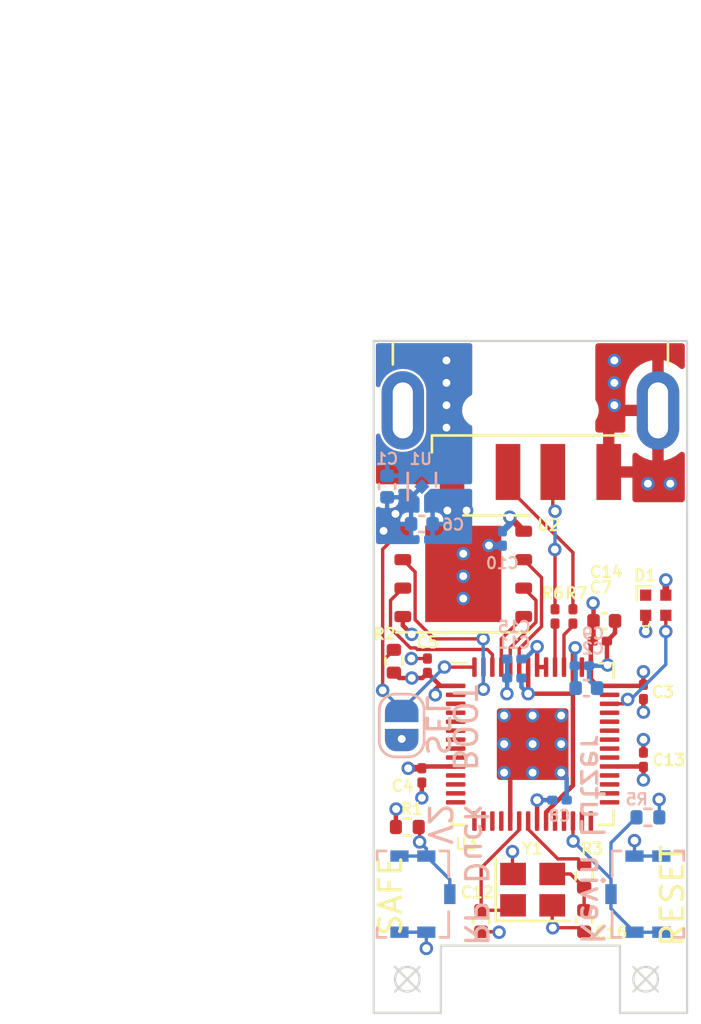
<source format=kicad_pcb>
(kicad_pcb (version 20211014) (generator pcbnew)
  (layers (0 "F.Cu" signal) (1 "In1.Cu" signal) (2 "In2.Cu" signal) (31 "B.Cu" signal) (34 "B.Paste" user) (35 "F.Paste" user) (36 "B.SilkS" user "B.Silkscreen") (37 "F.SilkS" user "F.Silkscreen") (38 "B.Mask" user) (39 "F.Mask" user) (44 "Edge.Cuts" user))
  (net 0 "")
  (net 1 "GND")
  (net 2 "+5V")
  (net 3 "+3V3")
  (net 4 "+1V1")
  (net 5 "/SAFE_BOOT")
  (net 6 "/RGB_DI")
  (net 8 "/QSPI_CS")
  (net 9 "/RESET")
  (net 10 "/USB_-")
  (net 11 "/USB_+")
  (net 13 "/X_IN")
  (net 14 "Net-(C16-Pad2)")
  (net 15 "/X_OUT")
  (net 16 "/USBR_+")
  (net 17 "/USBR_-")
  (net 18 "/QSPI_SD1")
  (net 19 "/QSPI_SD2")
  (net 20 "/QSPI_SD0")
  (net 21 "/QSPI_SCLK")
  (net 22 "/QSPI_SD3")
  (net 38 "/SWCLK")
  (net 39 "/SWD")
  (footprint "Capacitor_SMD:C_0201_0603Metric" (layer "F.Cu") (at 92.05 55.67 90)
    (fp_text reference "C3" (at 0 0.87) (layer "F.SilkS") (effects (font (size 0.5 0.5) (thickness 0.1))))
    (fp_text value "0.1uF" hide)
    (pad "1" smd roundrect (at -0.32 0 90) (size 0.46 0.4) (layers "F.Cu" "F.Mask") (net 1 "GND"))
    (pad "2" smd roundrect (at 0.32 0 90) (size 0.46 0.4) (layers "F.Cu" "F.Mask") (net 3 "+3V3"))
  )
  (footprint "LED_SMD:LED_SK6812_EC15_1.5x1.5mm" (layer "F.Cu") (at 92.6 51.8 90)
    (fp_text reference "D1" (at 1.33 -0.48 180) (layer "F.SilkS") (effects (font (size 0.5 0.5) (thickness 0.1))))
    (fp_text value "SK6812" hide)
    (fp_text user "1" (at -0.925 -0.45 90) (layer "F.SilkS") (effects (font (size 0.3 0.3) (thickness 0.075))))
    (pad "1" smd rect (at -0.45 -0.45 90) (size 0.5 0.5) (layers "F.Cu" "F.Paste" "F.Mask") (net 1 "GND"))
    (pad "2" smd rect (at -0.45 0.45 90) (size 0.5 0.5) (layers "F.Cu" "F.Paste" "F.Mask") (net 6 "/RGB_DI"))
    (pad "3" smd rect (at 0.45 0.45 90) (size 0.5 0.5) (layers "F.Cu" "F.Paste" "F.Mask") (net 3 "+3V3"))
    (pad "4" smd rect (at 0.45 -0.45 90) (size 0.5 0.5) (layers "F.Cu" "F.Paste" "F.Mask"))
  )
  (footprint "Package_SON:WSON-8-1EP_6x5mm_P1.27mm_EP3.4x4.3mm" (layer "F.Cu") (at 84 50.4)
    (fp_text reference "U2" (at 3.81 -2.18) (layer "F.SilkS") (effects (font (size 0.5 0.5) (thickness 0.1))))
    (fp_text value "W25Q32JVZP" hide)
    (pad "1" smd roundrect (at -2.7 -1.905) (size 0.75 0.5) (layers "F.Cu" "F.Paste" "F.Mask") (net 8 "/QSPI_CS"))
    (pad "2" smd roundrect (at -2.7 -0.635) (size 0.75 0.5) (layers "F.Cu" "F.Paste" "F.Mask") (net 18 "/QSPI_SD1"))
    (pad "3" smd roundrect (at -2.7 0.635) (size 0.75 0.5) (layers "F.Cu" "F.Paste" "F.Mask") (net 19 "/QSPI_SD2"))
    (pad "4" smd roundrect (at -2.7 1.905) (size 0.75 0.5) (layers "F.Cu" "F.Paste" "F.Mask") (net 1 "GND"))
    (pad "5" smd roundrect (at 2.7 1.905) (size 0.75 0.5) (layers "F.Cu" "F.Paste" "F.Mask") (net 20 "/QSPI_SD0"))
    (pad "6" smd roundrect (at 2.7 0.635) (size 0.75 0.5) (layers "F.Cu" "F.Paste" "F.Mask") (net 21 "/QSPI_SCLK"))
    (pad "7" smd roundrect (at 2.7 -0.635) (size 0.75 0.5) (layers "F.Cu" "F.Paste" "F.Mask") (net 22 "/QSPI_SD3"))
    (pad "8" smd roundrect (at 2.7 -1.905) (size 0.75 0.5) (layers "F.Cu" "F.Paste" "F.Mask") (net 3 "+3V3"))
    (pad "9" smd rect (at 0 0) (size 3.4 4.3) (layers "F.Cu" "F.Mask") (net 1 "GND"))
  )
  (footprint "Resistor_SMD:R_0201_0603Metric" (layer "F.Cu") (at 88.9 52.3 90)
    (fp_text reference "R7" (at 1.03 0.15 180) (layer "F.SilkS") (effects (font (size 0.5 0.5) (thickness 0.1))))
    (fp_text value "27.4" hide)
    (pad "1" smd roundrect (at -0.32 0 90) (size 0.46 0.4) (layers "F.Cu" "F.Mask") (net 17 "/USBR_-"))
    (pad "2" smd roundrect (at 0.32 0 90) (size 0.46 0.4) (layers "F.Cu" "F.Mask") (net 10 "/USB_-"))
  )
  (footprint "Capacitor_SMD:C_0201_0603Metric" (layer "F.Cu") (at 90.1 53.4 180)
    (fp_text reference "C7" (at -0.05 2.39 180) (layer "F.SilkS") (effects (font (size 0.5 0.5) (thickness 0.1))))
    (fp_text value "0.1uF" hide)
    (pad "1" smd roundrect (at -0.32 0 180) (size 0.46 0.4) (layers "F.Cu" "F.Mask") (net 1 "GND"))
    (pad "2" smd roundrect (at 0.32 0 180) (size 0.46 0.4) (layers "F.Cu" "F.Mask") (net 3 "+3V3"))
  )
  (footprint "Resistor_SMD:R_0402_1005Metric" (layer "F.Cu") (at 81.5 61.7)
    (fp_text reference "R1" (at 0.2 -0.81) (layer "F.SilkS") (effects (font (size 0.5 0.5) (thickness 0.1))))
    (fp_text value "10k" hide)
    (pad "1" smd roundrect (at -0.51 0) (size 0.54 0.64) (layers "F.Cu" "F.Paste" "F.Mask") (net 3 "+3V3"))
    (pad "2" smd roundrect (at 0.51 0) (size 0.54 0.64) (layers "F.Cu" "F.Paste" "F.Mask") (net 5 "/SAFE_BOOT"))
  )
  (footprint "Crystal:Crystal_SMD_2520-4Pin_2.5x2.0mm" (layer "F.Cu") (at 87.1 64.5)
    (fp_text reference "Y1" (at 0 -1.84) (layer "F.SilkS") (effects (font (size 0.5 0.5) (thickness 0.1))))
    (fp_text value "Crystal_GND24" hide)
    (pad "1" smd rect (at -0.875 0.7) (size 1.15 1) (layers "F.Cu" "F.Paste" "F.Mask") (net 13 "/X_IN"))
    (pad "2" smd rect (at 0.875 0.7) (size 1.15 1) (layers "F.Cu" "F.Paste" "F.Mask") (net 1 "GND"))
    (pad "3" smd rect (at 0.875 -0.7) (size 1.15 1) (layers "F.Cu" "F.Paste" "F.Mask") (net 14 "Net-(C16-Pad2)"))
    (pad "4" smd rect (at -0.875 -0.7) (size 1.15 1) (layers "F.Cu" "F.Paste" "F.Mask") (net 1 "GND"))
  )
  (footprint "Capacitor_SMD:C_0201_0603Metric" (layer "F.Cu") (at 82.4 54.5 -90)
    (fp_text reference "C5" (at -1.04 0 180) (layer "F.SilkS") (effects (font (size 0.5 0.5) (thickness 0.1))))
    (fp_text value "0.1uF" hide)
    (pad "1" smd roundrect (at -0.32 0 270) (size 0.46 0.4) (layers "F.Cu" "F.Mask") (net 1 "GND"))
    (pad "2" smd roundrect (at 0.32 0 270) (size 0.46 0.4) (layers "F.Cu" "F.Mask") (net 3 "+3V3"))
  )
  (footprint "Capacitor_SMD:C_0201_0603Metric" (layer "F.Cu") (at 82.15 59.4 90)
    (fp_text reference "C4" (at -0.47 -0.86 180) (layer "F.SilkS") (effects (font (size 0.5 0.5) (thickness 0.1))))
    (fp_text value "0.1uF" hide)
    (pad "1" smd roundrect (at -0.32 0 90) (size 0.46 0.4) (layers "F.Cu" "F.Mask") (net 1 "GND"))
    (pad "2" smd roundrect (at 0.32 0 90) (size 0.46 0.4) (layers "F.Cu" "F.Mask") (net 3 "+3V3"))
  )
  (footprint "Capacitor_SMD:C_0402_1005Metric" (layer "F.Cu") (at 89.4 65.9 90)
    (fp_text reference "C16" (at -0.52 1.2) (layer "F.SilkS") (effects (font (size 0.5 0.5) (thickness 0.1))))
    (fp_text value "26pF" hide)
    (pad "1" smd roundrect (at -0.48 0 90) (size 0.56 0.62) (layers "F.Cu" "F.Paste" "F.Mask") (net 1 "GND"))
    (pad "2" smd roundrect (at 0.48 0 90) (size 0.56 0.62) (layers "F.Cu" "F.Paste" "F.Mask") (net 14 "Net-(C16-Pad2)"))
  )
  (footprint "RP2040_minimal:RP2040-QFN-56" (layer "F.Cu") (at 87.1 58)
    (fp_text reference "U3" (at -2.96 4.47) (layer "F.SilkS") (effects (font (size 0.5 0.5) (thickness 0.1))))
    (fp_text value "RP2040" hide)
    (pad "1" smd roundrect locked (at -3.4375 -2.6) (size 0.875 0.2) (layers "F.Cu" "F.Paste" "F.Mask") (net 3 "+3V3"))
    (pad "2" smd roundrect locked (at -3.4375 -2.2) (size 0.875 0.2) (layers "F.Cu" "F.Paste" "F.Mask"))
    (pad "3" smd roundrect locked (at -3.4375 -1.8) (size 0.875 0.2) (layers "F.Cu" "F.Paste" "F.Mask"))
    (pad "4" smd roundrect locked (at -3.4375 -1.4) (size 0.875 0.2) (layers "F.Cu" "F.Paste" "F.Mask"))
    (pad "5" smd roundrect locked (at -3.4375 -1) (size 0.875 0.2) (layers "F.Cu" "F.Paste" "F.Mask"))
    (pad "6" smd roundrect locked (at -3.4375 -0.6) (size 0.875 0.2) (layers "F.Cu" "F.Paste" "F.Mask"))
    (pad "7" smd roundrect locked (at -3.4375 -0.2) (size 0.875 0.2) (layers "F.Cu" "F.Paste" "F.Mask"))
    (pad "8" smd roundrect locked (at -3.4375 0.2) (size 0.875 0.2) (layers "F.Cu" "F.Paste" "F.Mask"))
    (pad "9" smd roundrect locked (at -3.4375 0.6) (size 0.875 0.2) (layers "F.Cu" "F.Paste" "F.Mask"))
    (pad "10" smd roundrect locked (at -3.4375 1) (size 0.875 0.2) (layers "F.Cu" "F.Paste" "F.Mask") (net 3 "+3V3"))
    (pad "11" smd roundrect locked (at -3.4375 1.4) (size 0.875 0.2) (layers "F.Cu" "F.Paste" "F.Mask"))
    (pad "12" smd roundrect locked (at -3.4375 1.8) (size 0.875 0.2) (layers "F.Cu" "F.Paste" "F.Mask"))
    (pad "13" smd roundrect locked (at -3.4375 2.2) (size 0.875 0.2) (layers "F.Cu" "F.Paste" "F.Mask"))
    (pad "14" smd roundrect locked (at -3.4375 2.6) (size 0.875 0.2) (layers "F.Cu" "F.Paste" "F.Mask"))
    (pad "15" smd roundrect locked (at -2.6 3.4375) (size 0.2 0.875) (layers "F.Cu" "F.Paste" "F.Mask"))
    (pad "16" smd roundrect locked (at -2.2 3.4375) (size 0.2 0.875) (layers "F.Cu" "F.Paste" "F.Mask"))
    (pad "17" smd roundrect locked (at -1.8 3.4375) (size 0.2 0.875) (layers "F.Cu" "F.Paste" "F.Mask"))
    (pad "18" smd roundrect locked (at -1.4 3.4375) (size 0.2 0.875) (layers "F.Cu" "F.Paste" "F.Mask"))
    (pad "19" smd roundrect locked (at -1 3.4375) (size 0.2 0.875) (layers "F.Cu" "F.Paste" "F.Mask") (net 1 "GND"))
    (pad "20" smd roundrect locked (at -0.6 3.4375) (size 0.2 0.875) (layers "F.Cu" "F.Paste" "F.Mask") (net 13 "/X_IN"))
    (pad "21" smd roundrect locked (at -0.2 3.4375) (size 0.2 0.875) (layers "F.Cu" "F.Paste" "F.Mask") (net 15 "/X_OUT"))
    (pad "22" smd roundrect locked (at 0.2 3.4375) (size 0.2 0.875) (layers "F.Cu" "F.Paste" "F.Mask") (net 3 "+3V3"))
    (pad "23" smd roundrect locked (at 0.6 3.4375) (size 0.2 0.875) (layers "F.Cu" "F.Paste" "F.Mask") (net 4 "+1V1"))
    (pad "24" smd roundrect locked (at 1 3.4375) (size 0.2 0.875) (layers "F.Cu" "F.Paste" "F.Mask") (net 38 "/SWCLK"))
    (pad "25" smd roundrect locked (at 1.4 3.4375) (size 0.2 0.875) (layers "F.Cu" "F.Paste" "F.Mask") (net 39 "/SWD"))
    (pad "26" smd roundrect locked (at 1.8 3.4375) (size 0.2 0.875) (layers "F.Cu" "F.Paste" "F.Mask") (net 9 "/RESET"))
    (pad "27" smd roundrect locked (at 2.2 3.4375) (size 0.2 0.875) (layers "F.Cu" "F.Paste" "F.Mask"))
    (pad "28" smd roundrect locked (at 2.6 3.4375) (size 0.2 0.875) (layers "F.Cu" "F.Paste" "F.Mask"))
    (pad "29" smd roundrect locked (at 3.4375 2.6) (size 0.875 0.2) (layers "F.Cu" "F.Paste" "F.Mask"))
    (pad "30" smd roundrect locked (at 3.4375 2.2) (size 0.875 0.2) (layers "F.Cu" "F.Paste" "F.Mask"))
    (pad "31" smd roundrect locked (at 3.4375 1.8) (size 0.875 0.2) (layers "F.Cu" "F.Paste" "F.Mask"))
    (pad "32" smd roundrect locked (at 3.4375 1.4) (size 0.875 0.2) (layers "F.Cu" "F.Paste" "F.Mask"))
    (pad "33" smd roundrect locked (at 3.4375 1) (size 0.875 0.2) (layers "F.Cu" "F.Paste" "F.Mask") (net 3 "+3V3"))
    (pad "34" smd roundrect locked (at 3.4375 0.6) (size 0.875 0.2) (layers "F.Cu" "F.Paste" "F.Mask"))
    (pad "35" smd roundrect locked (at 3.4375 0.2) (size 0.875 0.2) (layers "F.Cu" "F.Paste" "F.Mask"))
    (pad "36" smd roundrect locked (at 3.4375 -0.2) (size 0.875 0.2) (layers "F.Cu" "F.Paste" "F.Mask"))
    (pad "37" smd roundrect locked (at 3.4375 -0.6) (size 0.875 0.2) (layers "F.Cu" "F.Paste" "F.Mask"))
    (pad "38" smd roundrect locked (at 3.4375 -1) (size 0.875 0.2) (layers "F.Cu" "F.Paste" "F.Mask"))
    (pad "39" smd roundrect locked (at 3.4375 -1.4) (size 0.875 0.2) (layers "F.Cu" "F.Paste" "F.Mask"))
    (pad "40" smd roundrect locked (at 3.4375 -1.8) (size 0.875 0.2) (layers "F.Cu" "F.Paste" "F.Mask") (net 6 "/RGB_DI"))
    (pad "41" smd roundrect locked (at 3.4375 -2.2) (size 0.875 0.2) (layers "F.Cu" "F.Paste" "F.Mask"))
    (pad "42" smd roundrect locked (at 3.4375 -2.6) (size 0.875 0.2) (layers "F.Cu" "F.Paste" "F.Mask") (net 3 "+3V3"))
    (pad "43" smd roundrect locked (at 2.6 -3.4375) (size 0.2 0.875) (layers "F.Cu" "F.Paste" "F.Mask") (net 3 "+3V3"))
    (pad "44" smd roundrect locked (at 2.2 -3.4375) (size 0.2 0.875) (layers "F.Cu" "F.Paste" "F.Mask") (net 3 "+3V3"))
    (pad "45" smd roundrect locked (at 1.8 -3.4375) (size 0.2 0.875) (layers "F.Cu" "F.Paste" "F.Mask") (net 4 "+1V1"))
    (pad "46" smd roundrect locked (at 1.4 -3.4375) (size 0.2 0.875) (layers "F.Cu" "F.Paste" "F.Mask") (net 17 "/USBR_-"))
    (pad "47" smd roundrect locked (at 1 -3.4375) (size 0.2 0.875) (layers "F.Cu" "F.Paste" "F.Mask") (net 16 "/USBR_+"))
    (pad "48" smd roundrect locked (at 0.6 -3.4375) (size 0.2 0.875) (layers "F.Cu" "F.Paste" "F.Mask") (net 3 "+3V3"))
    (pad "49" smd roundrect locked (at 0.2 -3.4375) (size 0.2 0.875) (layers "F.Cu" "F.Paste" "F.Mask") (net 3 "+3V3"))
    (pad "50" smd roundrect locked (at -0.2 -3.4375) (size 0.2 0.875) (layers "F.Cu" "F.Paste" "F.Mask") (net 4 "+1V1"))
    (pad "51" smd roundrect locked (at -0.6 -3.4375) (size 0.2 0.875) (layers "F.Cu" "F.Paste" "F.Mask") (net 22 "/QSPI_SD3"))
    (pad "52" smd roundrect locked (at -1 -3.4375) (size 0.2 0.875) (layers "F.Cu" "F.Paste" "F.Mask") (net 21 "/QSPI_SCLK"))
    (pad "53" smd roundrect locked (at -1.4 -3.4375) (size 0.2 0.875) (layers "F.Cu" "F.Paste" "F.Mask") (net 20 "/QSPI_SD0"))
    (pad "54" smd roundrect locked (at -1.8 -3.4375) (size 0.2 0.875) (layers "F.Cu" "F.Paste" "F.Mask") (net 19 "/QSPI_SD2"))
    (pad "55" smd roundrect locked (at -2.2 -3.4375) (size 0.2 0.875) (layers "F.Cu" "F.Paste" "F.Mask") (net 18 "/QSPI_SD1"))
    (pad "56" smd roundrect locked (at -2.6 -3.4375) (size 0.2 0.875) (layers "F.Cu" "F.Paste" "F.Mask") (net 8 "/QSPI_CS"))
    (pad "57" thru_hole circle locked (at -1.275 -1.275) (size 0.6 0.6) (drill 0.35) (layers *.Cu) (net 1 "GND"))
    (pad "57" thru_hole circle locked (at 0 1.275) (size 0.6 0.6) (drill 0.35) (layers *.Cu) (net 1 "GND"))
    (pad "57" thru_hole circle locked (at 1.275 0) (size 0.6 0.6) (drill 0.35) (layers *.Cu) (net 1 "GND"))
    (pad "57" thru_hole circle locked (at 0 0) (size 0.6 0.6) (drill 0.35) (layers *.Cu) (net 1 "GND"))
    (pad "57" thru_hole circle locked (at 1.275 -1.275) (size 0.6 0.6) (drill 0.35) (layers *.Cu) (net 1 "GND"))
    (pad "57" thru_hole circle locked (at -1.275 1.275) (size 0.6 0.6) (drill 0.35) (layers *.Cu) (net 1 "GND"))
    (pad "57" thru_hole circle locked (at 1.275 1.275) (size 0.6 0.6) (drill 0.35) (layers *.Cu) (net 1 "GND"))
    (pad "57" thru_hole circle locked (at 0 -1.275) (size 0.6 0.6) (drill 0.35) (layers *.Cu) (net 1 "GND"))
    (pad "57" thru_hole circle locked (at -1.275 0) (size 0.6 0.6) (drill 0.35) (layers *.Cu) (net 1 "GND"))
    (pad "57" smd roundrect locked (at 0 0) (size 3.2 3.2) (layers "F.Cu" "F.Mask") (roundrect_rratio 0.045) (net 1 "GND"))
  )
  (footprint "Resistor_SMD:R_0402_1005Metric" (layer "F.Cu") (at 89.4 63.9 90)
    (fp_text reference "R3" (at 1.23 0.35 180) (layer "F.SilkS") (effects (font (size 0.5 0.5) (thickness 0.1))))
    (fp_text value "1k" hide)
    (pad "1" smd roundrect (at -0.51 0 90) (size 0.54 0.64) (layers "F.Cu" "F.Paste" "F.Mask") (net 14 "Net-(C16-Pad2)"))
    (pad "2" smd roundrect (at 0.51 0 90) (size 0.54 0.64) (layers "F.Cu" "F.Paste" "F.Mask") (net 15 "/X_OUT"))
  )
  (footprint "Capacitor_SMD:C_0201_0603Metric" (layer "F.Cu") (at 92.05 58.7 -90)
    (fp_text reference "C13" (at 0.01 -1.13) (layer "F.SilkS") (effects (font (size 0.5 0.5) (thickness 0.1))))
    (fp_text value "0.1uF" hide)
    (pad "1" smd roundrect (at -0.32 0 270) (size 0.46 0.4) (layers "F.Cu" "F.Mask") (net 1 "GND"))
    (pad "2" smd roundrect (at 0.32 0 270) (size 0.46 0.4) (layers "F.Cu" "F.Mask") (net 3 "+3V3"))
  )
  (footprint "Capacitor_SMD:C_0402_1005Metric" (layer "F.Cu") (at 84.8 65.9 90)
    (fp_text reference "C12" (at 1.28 -0.18 180) (layer "F.SilkS") (effects (font (size 0.5 0.5) (thickness 0.1))))
    (fp_text value "26pF" hide)
    (pad "1" smd roundrect (at -0.48 0 90) (size 0.56 0.62) (layers "F.Cu" "F.Paste" "F.Mask") (net 1 "GND"))
    (pad "2" smd roundrect (at 0.48 0 90) (size 0.56 0.62) (layers "F.Cu" "F.Paste" "F.Mask") (net 13 "/X_IN"))
  )
  (footprint "Resistor_SMD:R_0201_0603Metric" (layer "F.Cu") (at 88.1 52.3 90)
    (fp_text reference "R6" (at 1.03 -0.1 180) (layer "F.SilkS") (effects (font (size 0.5 0.5) (thickness 0.1))))
    (fp_text value "27.4" hide)
    (pad "1" smd roundrect (at -0.32 0 90) (size 0.46 0.4) (layers "F.Cu" "F.Mask") (net 16 "/USBR_+"))
    (pad "2" smd roundrect (at 0.32 0 90) (size 0.46 0.4) (layers "F.Cu" "F.Mask") (net 11 "/USB_+"))
  )
  (footprint "Capacitor_SMD:C_0402_1005Metric" (layer "F.Cu") (at 90.3 52.5 180)
    (fp_text reference "C14" (at -0.09 2.19) (layer "F.SilkS") (effects (font (size 0.5 0.5) (thickness 0.1))))
    (fp_text value "1uF" hide)
    (pad "1" smd roundrect (at -0.48 0 180) (size 0.56 0.62) (layers "F.Cu" "F.Paste" "F.Mask") (net 1 "GND"))
    (pad "2" smd roundrect (at 0.48 0 180) (size 0.56 0.62) (layers "F.Cu" "F.Paste" "F.Mask") (net 3 "+3V3"))
  )
  (footprint "Resistor_SMD:R_0402_1005Metric" (layer "F.Cu") (at 80.9 54.3 -90)
    (fp_text reference "R2" (at -1.21 0.42 180) (layer "F.SilkS") (effects (font (size 0.5 0.5) (thickness 0.1))))
    (fp_text value "10k" hide)
    (pad "1" smd roundrect (at -0.51 0 270) (size 0.54 0.64) (layers "F.Cu" "F.Paste" "F.Mask") (net 8 "/QSPI_CS"))
    (pad "2" smd roundrect (at 0.51 0 270) (size 0.54 0.64) (layers "F.Cu" "F.Paste" "F.Mask") (net 3 "+3V3"))
  )
  (footprint "Connector_USB:USB_A_CNCTech_1001-011-01101_Horizontal" (layer "F.Cu") (at 87 36.2 90)
    (fp_text reference "J1" hide)
    (fp_text value "USB_A" hide)
    (pad "" np_thru_hole circle locked (at -6.9 2.3 90) (size 1.1 1.1) (drill 1.1) (layers *.Cu *.Mask))
    (pad "" np_thru_hole circle locked (at -6.9 -2.3 90) (size 1.1 1.1) (drill 1.1) (layers *.Cu *.Mask))
    (pad "1" smd rect locked (at -9.65 -3.5 90) (size 2.5 1.1) (layers "F.Cu" "F.Paste" "F.Mask") (net 2 "+5V"))
    (pad "2" smd rect locked (at -9.65 -1 90) (size 2.5 1.1) (layers "F.Cu" "F.Paste" "F.Mask") (net 10 "/USB_-"))
    (pad "3" smd rect locked (at -9.65 1 90) (size 2.5 1.1) (layers "F.Cu" "F.Paste" "F.Mask") (net 11 "/USB_+"))
    (pad "4" smd rect locked (at -9.65 3.5 90) (size 2.5 1.1) (layers "F.Cu" "F.Paste" "F.Mask") (net 1 "GND"))
    (pad "5" thru_hole oval locked (at -6.9 5.7 90) (size 3.5 1.9) (drill oval 2.5 0.9) (layers *.Cu *.Mask) (net 1 "GND"))
    (pad "5" thru_hole oval locked (at -6.9 -5.7 90) (size 3.5 1.9) (drill oval 2.5 0.9) (layers *.Cu *.Mask) (net 1 "GND"))
  )
  (footprint "pico-ducky-pcb-v2:R-667799" (layer "B.Cu") (at 81.75 64.7 90)
    (fp_text reference "SW1" hide)
    (fp_text value "SW_SPST_GND" hide)
    (pad "" np_thru_hole circle (at 1.000001 0 90) (size 0.7112 0.7112) (drill 0.7112) (layers *.Cu *.Mask))
    (pad "" np_thru_hole circle (at -1.000001 0 90) (size 0.7112 0.7112) (drill 0.7112) (layers *.Cu *.Mask))
    (pad "1" smd rect (at -1.700002 -0.599999 90) (size 0.508 0.8128) (layers "B.Cu" "B.Paste" "B.Mask") (net 1 "GND"))
    (pad "2" smd rect (at 1.700002 0.599999 90) (size 0.508 0.8128) (layers "B.Cu" "B.Paste" "B.Mask") (net 5 "/SAFE_BOOT"))
    (pad "2" smd rect (at 0 1.649999 90) (size 0.889 0.508) (layers "B.Cu" "B.Paste" "B.Mask") (net 5 "/SAFE_BOOT"))
    (pad "2" smd rect (at 1.700002 -0.599999 90) (size 0.508 0.8128) (layers "B.Cu" "B.Paste" "B.Mask") (net 5 "/SAFE_BOOT"))
    (pad "SHIELD" smd rect (at -1.700002 0.599999 90) (size 0.508 0.8128) (layers "B.Cu" "B.Paste" "B.Mask") (net 1 "GND"))
  )
  (footprint "Capacitor_SMD:C_0402_1005Metric" (layer "B.Cu") (at 80.6 46.5 90)
    (fp_text reference "C1" (at 1.24 0 180) (layer "B.SilkS") (effects (font (size 0.5 0.5) (thickness 0.1)) (justify mirror)))
    (fp_text value "1uF" hide)
    (pad "1" smd roundrect (at -0.48 0 90) (size 0.56 0.62) (layers "B.Cu" "B.Paste" "B.Mask") (net 1 "GND"))
    (pad "2" smd roundrect (at 0.48 0 90) (size 0.56 0.62) (layers "B.Cu" "B.Paste" "B.Mask") (net 2 "+5V"))
  )
  (footprint "Capacitor_SMD:C_0201_0603Metric" (layer "B.Cu") (at 88.3 60.5 180)
    (fp_text reference "C8" (at 0 -0.7) (layer "B.SilkS") (effects (font (size 0.5 0.5) (thickness 0.1)) (justify mirror)))
    (fp_text value "0.1uF" hide)
    (pad "1" smd roundrect (at -0.32 0 180) (size 0.46 0.4) (layers "B.Cu" "B.Mask") (net 1 "GND"))
    (pad "2" smd roundrect (at 0.32 0 180) (size 0.46 0.4) (layers "B.Cu" "B.Mask") (net 3 "+3V3"))
  )
  (footprint "Jumper:SolderJumper-2_P1.3mm_Open_RoundedPad1.0x1.5mm" (layer "B.Cu") (at 81.25 57.17 90)
    (fp_text reference "JP1" hide)
    (fp_text value "SolderJumper_2_Open" hide)
    (pad "1" smd custom (at -0.65 0 90) (size 1 0.5) (layers "B.Cu" "B.Mask") (net 1 "GND") (options (clearance outline) (anchor rect)) (primitives (gr_circle (center 0 -0.25) (end 0.5 -0.25) (width 0) (fill yes)) (gr_circle (center 0 0.25) (end 0.5 0.25) (width 0) (fill yes)) (gr_poly (pts (xy 0.5 -0.75) (xy 0 -0.75) (xy 0 0.75) (xy 0.5 0.75)) (width 0) (fill yes))))
    (pad "2" smd custom (at 0.65 0 90) (size 1 0.5) (layers "B.Cu" "B.Mask") (net 8 "/QSPI_CS") (options (clearance outline) (anchor rect)) (primitives (gr_circle (center 0 -0.25) (end 0.5 -0.25) (width 0) (fill yes)) (gr_circle (center 0 0.25) (end 0.5 0.25) (width 0) (fill yes)) (gr_poly (pts (xy 0 -0.75) (xy -0.5 -0.75) (xy -0.5 0.75) (xy 0 0.75)) (width 0) (fill yes))))
  )
  (footprint "Capacitor_SMD:C_0402_1005Metric" (layer "B.Cu") (at 82.15 48.17)
    (fp_text reference "C6" (at 1.4 0.03) (layer "B.SilkS") (effects (font (size 0.5 0.5) (thickness 0.1)) (justify mirror)))
    (fp_text value "1uF" hide)
    (pad "1" smd roundrect (at -0.48 0) (size 0.56 0.62) (layers "B.Cu" "B.Paste" "B.Mask") (net 1 "GND"))
    (pad "2" smd roundrect (at 0.48 0) (size 0.56 0.62) (layers "B.Cu" "B.Paste" "B.Mask") (net 3 "+3V3"))
  )
  (footprint "Capacitor_SMD:C_0201_0603Metric" (layer "B.Cu") (at 86.28 54.2)
    (fp_text reference "C15" (at 0 -1.43) (layer "B.SilkS") (effects (font (size 0.5 0.5) (thickness 0.1)) (justify mirror)))
    (fp_text value "0.1uF" hide)
    (pad "1" smd roundrect (at -0.32 0) (size 0.46 0.4) (layers "B.Cu" "B.Mask") (net 1 "GND"))
    (pad "2" smd roundrect (at 0.32 0) (size 0.46 0.4) (layers "B.Cu" "B.Mask") (net 3 "+3V3"))
  )
  (footprint "pico-ducky-pcb-v2:R-667799" (layer "B.Cu") (at 92.25 64.7 -90)
    (fp_text reference "SW2" hide)
    (fp_text value "SW_SPST_GND" hide)
    (pad "" np_thru_hole circle locked (at 1.000001 0 270) (size 0.7112 0.7112) (drill 0.7112) (layers *.Cu *.Mask))
    (pad "" np_thru_hole circle locked (at -1.000001 0 270) (size 0.7112 0.7112) (drill 0.7112) (layers *.Cu *.Mask))
    (pad "1" smd rect locked (at -1.700002 -0.599999 270) (size 0.508 0.8128) (layers "B.Cu" "B.Paste" "B.Mask") (net 1 "GND"))
    (pad "2" smd rect locked (at 1.700002 0.599999 270) (size 0.508 0.8128) (layers "B.Cu" "B.Paste" "B.Mask") (net 9 "/RESET"))
    (pad "2" smd rect locked (at 1.700002 -0.599999 270) (size 0.508 0.8128) (layers "B.Cu" "B.Paste" "B.Mask") (net 9 "/RESET"))
    (pad "2" smd rect locked (at 0 1.649999 270) (size 0.889 0.508) (layers "B.Cu" "B.Paste" "B.Mask") (net 9 "/RESET"))
    (pad "SHIELD" smd rect locked (at -1.700002 0.599999 270) (size 0.508 0.8128) (layers "B.Cu" "B.Paste" "B.Mask") (net 1 "GND"))
  )
  (footprint "Package_DFN_QFN:UDFN-4-1EP_1x1mm_P0.65mm_EP0.48x0.48mm" (layer "B.Cu") (at 82.15 46.5 90)
    (fp_text reference "U1" (at 1.23 -0.05 180) (layer "B.SilkS") (effects (font (size 0.5 0.5) (thickness 0.1)) (justify mirror)))
    (fp_text value "MIC5504-3.3YMT" hide)
    (pad "1" smd custom (at -0.54 0.325 90) (size 0.22 0.25) (layers "B.Cu" "B.Paste" "B.Mask") (net 3 "+3V3") (options (clearance outline) (anchor rect)) (primitives (gr_poly (pts (xy 0.11 -0.125) (xy 0.11 0.125) (xy 0.36 0.125)) (width 0) (fill yes))))
    (pad "2" smd custom (at -0.54 -0.325 90) (size 0.22 0.25) (layers "B.Cu" "B.Paste" "B.Mask") (net 1 "GND") (options (clearance outline) (anchor rect)) (primitives (gr_poly (pts (xy 0.29 -0.055) (xy 0.29 -0.125) (xy 0.11 -0.125) (xy 0.11 0.125)) (width 0) (fill yes))))
    (pad "3" smd custom (at 0.54 -0.325 90) (size 0.22 0.25) (layers "B.Cu" "B.Paste" "B.Mask") (net 2 "+5V") (options (clearance outline) (anchor rect)) (primitives (gr_poly (pts (xy -0.11 -0.125) (xy -0.29 -0.125) (xy -0.29 -0.055) (xy -0.11 0.125)) (width 0) (fill yes))))
    (pad "4" smd custom (at 0.54 0.325 90) (size 0.22 0.25) (layers "B.Cu" "B.Paste" "B.Mask") (net 2 "+5V") (options (clearance outline) (anchor rect)) (primitives (gr_poly (pts (xy -0.11 -0.125) (xy -0.29 0.055) (xy -0.29 0.125) (xy -0.11 0.125)) (width 0) (fill yes))))
    (pad "5" smd rect (at 0 0 45) (size 0.48 0.48) (layers "B.Cu" "B.Paste" "B.Mask") (net 1 "GND"))
  )
  (footprint "Resistor_SMD:R_0402_1005Metric" (layer "B.Cu") (at 92.25 61.27 180)
    (fp_text reference "R5" (at 0.5 0.8 180) (layer "B.SilkS") (effects (font (size 0.5 0.5) (thickness 0.1)) (justify mirror)))
    (fp_text value "10k" hide)
    (pad "1" smd roundrect (at -0.51 0 180) (size 0.54 0.64) (layers "B.Cu" "B.Paste" "B.Mask") (net 3 "+3V3"))
    (pad "2" smd roundrect (at 0.51 0 180) (size 0.54 0.64) (layers "B.Cu" "B.Paste" "B.Mask") (net 9 "/RESET"))
  )
  (footprint "Capacitor_SMD:C_0201_0603Metric" (layer "B.Cu") (at 89.3 54.5 180)
    (fp_text reference "C9" (at -0.5 1.43 180) (layer "B.SilkS") (effects (font (size 0.5 0.5) (thickness 0.1)) (justify mirror)))
    (fp_text value "0.1uF" hide)
    (pad "1" smd roundrect (at -0.32 0 180) (size 0.46 0.4) (layers "B.Cu" "B.Mask") (net 1 "GND"))
    (pad "2" smd roundrect (at 0.32 0 180) (size 0.46 0.4) (layers "B.Cu" "B.Mask") (net 4 "+1V1"))
  )
  (footprint "Capacitor_SMD:C_0201_0603Metric" (layer "B.Cu") (at 85.75 48.82 90)
    (fp_text reference "C10" (at -1.1 0 180) (layer "B.SilkS") (effects (font (size 0.5 0.5) (thickness 0.1)) (justify mirror)))
    (fp_text value "0.1uF" hide)
    (pad "1" smd roundrect (at -0.32 0 90) (size 0.46 0.4) (layers "B.Cu" "B.Mask") (net 1 "GND"))
    (pad "2" smd roundrect (at 0.32 0 90) (size 0.46 0.4) (layers "B.Cu" "B.Mask") (net 3 "+3V3"))
  )
  (footprint "Capacitor_SMD:C_0402_1005Metric" (layer "B.Cu") (at 89.5 55.5 180)
    (fp_text reference "C2" (at -0.3 1.77 180) (layer "B.SilkS") (effects (font (size 0.5 0.5) (thickness 0.1)) (justify mirror)))
    (fp_text value "1uF" hide)
    (pad "1" smd roundrect (at -0.48 0 180) (size 0.56 0.62) (layers "B.Cu" "B.Paste" "B.Mask") (net 1 "GND"))
    (pad "2" smd roundrect (at 0.48 0 180) (size 0.56 0.62) (layers "B.Cu" "B.Paste" "B.Mask") (net 4 "+1V1"))
  )
  (footprint "Capacitor_SMD:C_0201_0603Metric" (layer "B.Cu") (at 86.28 55.05)
    (fp_text reference "C11" (at -0.01 -1.58) (layer "B.SilkS") (effects (font (size 0.5 0.5) (thickness 0.1)) (justify mirror)))
    (fp_text value "0.1uF" hide)
    (pad "1" smd roundrect (at -0.32 0) (size 0.46 0.4) (layers "B.Cu" "B.Mask") (net 1 "GND"))
    (pad "2" smd roundrect (at 0.32 0) (size 0.46 0.4) (layers "B.Cu" "B.Mask") (net 4 "+1V1"))
  )
  (gr_line (start 80 70) (end 81.5 70) (layer "Edge.Cuts") (width 0.1))
  (gr_line (start 91 67) (end 91 70) (layer "Edge.Cuts") (width 0.1))
  (gr_line (start 80 40) (end 80 70) (layer "Edge.Cuts") (width 0.1))
  (gr_line (start 81.5 70) (end 83 70) (layer "Edge.Cuts") (width 0.1))
  (gr_line (start 83 67) (end 91 67) (layer "Edge.Cuts") (width 0.1))
  (gr_line (start 91 70) (end 94 70) (layer "Edge.Cuts") (width 0.1))
  (gr_line (start 94 40) (end 80 40) (layer "Edge.Cuts") (width 0.1))
  (gr_line (start 83 70) (end 83 67) (layer "Edge.Cuts") (width 0.1))
  (gr_line (start 94 70) (end 94 40) (layer "Edge.Cuts") (width 0.1))
  (gr_text "SEL" (at 82.85 57.17 270) (layer "B.SilkS") (effects (font (size 1 1)) (justify mirror)))
  (gr_text "BOOT" (at 84.05 57.27 270) (layer "B.SilkS") (effects (font (size 1 1)) (justify mirror)))
  (gr_text "RP Duck\nV2" (at 83.75 60.57 270) (layer "B.SilkS") (effects (font (size 1 1)) (justify right mirror)))
  (gr_text "Kevin Lutzer" (at 89.75 62.27 270) (layer "B.SilkS") (effects (font (size 1 1)) (justify mirror)))
  (gr_text "SAFE" (at 80.75 64.77 90) (layer "F.SilkS") (effects (font (size 1 1))))
  (gr_text "RESET" (at 93.35 64.77 90) (layer "F.SilkS") (effects (font (size 1 1))))
  (target x (at 81.5 68.5) (size 1.1) (width 0.1) (layer "Edge.Cuts"))
  (target x (at 92.15 68.5) (size 1.1) (width 0.1) (layer "Edge.Cuts"))
  (segment (start 92.05 58.38) (end 92.05 57.8) (width 0.2) (layer "F.Cu") (net 1))
  (segment (start 86.1 59.55) (end 85.825 59.275) (width 0.2) (layer "F.Cu") (net 1))
  (segment (start 90.42 54.44) (end 90.45 54.47) (width 0.2) (layer "F.Cu") (net 1))
  (segment (start 92.05 56.57) (end 92.05 55.99) (width 0.2) (layer "F.Cu") (net 1))
  (segment (start 89.22 66.2) (end 89.4 66.38) (width 0.15) (layer "F.Cu") (net 1))
  (segment (start 88 66.2) (end 89.22 66.2) (width 0.15) (layer "F.Cu") (net 1))
  (segment (start 86.2 62.8) (end 86.2 63.775) (width 0.15) (layer "F.Cu") (net 1))
  (segment (start 87.975 66.175) (end 88 66.2) (width 0.15) (layer "F.Cu") (net 1))
  (segment (start 90.42 53.4) (end 90.42 54.44) (width 0.2) (layer "F.Cu") (net 1))
  (segment (start 81.3 52.305) (end 81.3 52.7) (width 0.2) (layer "F.Cu") (net 1))
  (segment (start 86.1 61.4375) (end 86.1 59.55) (width 0.2) (layer "F.Cu") (net 1))
  (segment (start 92.15 52.25) (end 92.15 52.97) (width 0.3) (layer "F.Cu") (net 1))
  (segment (start 85.58 66.38) (end 85.6 66.4) (width 0.15) (layer "F.Cu") (net 1))
  (segment (start 84.8 66.38) (end 85.58 66.38) (width 0.15) (layer "F.Cu") (net 1))
  (segment (start 90.78 53.04) (end 90.42 53.4) (width 0.2) (layer "F.Cu") (net 1))
  (segment (start 87.975 65.2) (end 87.975 66.175) (width 0.15) (layer "F.Cu") (net 1))
  (segment (start 82.15 59.72) (end 82.15 60.4) (width 0.2) (layer "F.Cu") (net 1))
  (segment (start 90.78 52.5) (end 90.78 53.04) (width 0.2) (layer "F.Cu") (net 1))
  (segment (start 82.4 54.18) (end 81.68 54.18) (width 0.15) (layer "F.Cu") (net 1))
  (segment (start 81.3 52.7) (end 81.7 53.1) (width 0.2) (layer "F.Cu") (net 1))
  (segment (start 86.2 63.775) (end 86.225 63.8) (width 0.15) (layer "F.Cu") (net 1))
  (via (at 92.05 56.57) (size 0.6) (drill 0.35) (layers "F.Cu" "B.Cu") (net 1))
  (via (at 85.95 55.75) (size 0.6) (drill 0.35) (layers "F.Cu" "B.Cu") (net 1))
  (via (at 82.35 67.12) (size 0.6) (drill 0.35) (layers "F.Cu" "B.Cu") (net 1))
  (via (at 84 51.5) (size 0.6) (drill 0.35) (layers "F.Cu" "B.Cu") (net 1))
  (via (at 90.75 41.87) (size 0.6) (drill 0.35) (layers "F.Cu" "B.Cu") (net 1))
  (via (at 91.65 62.31) (size 0.6) (drill 0.35) (layers "F.Cu" "B.Cu") (net 1))
  (via (at 82.15 60.4) (size 0.6) (drill 0.35) (layers "F.Cu" "B.Cu") (net 1))
  (via (at 85.15 49.13) (size 0.6) (drill 0.35) (layers "F.Cu" "B.Cu") (net 1))
  (via (at 92.15 52.97) (size 0.6) (drill 0.35) (layers "F.Cu" "B.Cu") (net 1))
  (via (at 86.2 62.8) (size 0.6) (drill 0.35) (layers "F.Cu" "B.Cu") (net 1))
  (via (at 84 50.5) (size 0.6) (drill 0.35) (layers "F.Cu" "B.Cu") (net 1))
  (via (at 82.35 67.12) (size 0.6) (drill 0.35) (layers "F.Cu" "B.Cu") (net 1))
  (via (at 90.75 40.87) (size 0.6) (drill 0.35) (layers "F.Cu" "B.Cu") (net 1))
  (via (at 81.7 53.1) (size 0.6) (drill 0.35) (layers "F.Cu" "B.Cu") (net 1))
  (via (at 81.68 54.18) (size 0.6) (drill 0.35) (layers "F.Cu" "B.Cu") (net 1))
  (via (at 82.35 67.12) (size 0.6) (drill 0.35) (layers "F.Cu" "B.Cu") (net 1))
  (via (at 88 66.2) (size 0.6) (drill 0.35) (layers "F.Cu" "B.Cu") (net 1))
  (via (at 90.45 54.47) (size 0.6) (drill 0.35) (layers "F.Cu" "B.Cu") (net 1))
  (via (at 84 49.5) (size 0.6) (drill 0.35) (layers "F.Cu" "B.Cu") (net 1))
  (via (at 82.35 67.12) (size 0.6) (drill 0.35) (layers "F.Cu" "B.Cu") (net 1))
  (via (at 80.97 47.72) (size 0.6) (drill 0.35) (layers "F.Cu" "B.Cu") (net 1))
  (via (at 81.25 57.77) (size 0.6) (drill 0.35) (layers "F.Cu" "B.Cu") (net 1))
  (via (at 90.75 42.87) (size 0.6) (drill 0.35) (layers "F.Cu" "B.Cu") (net 1))
  (via (at 92.05 57.8) (size 0.6) (drill 0.35) (layers "F.Cu" "B.Cu") (net 1))
  (via (at 85.6 66.4) (size 0.6) (drill 0.35) (layers "F.Cu" "B.Cu") (net 1))
  (via (at 80.44 48.48) (size 0.6) (drill 0.35) (layers "F.Cu" "B.Cu") (net 1))
  (via (at 93.25 46.37) (size 0.6) (drill 0.35) (layers "F.Cu" "B.Cu") (net 1))
  (via (at 92.25 46.37) (size 0.6) (drill 0.35) (layers "F.Cu" "B.Cu") (net 1))
  (segment (start 82.35 67.12) (end 82.349999 66.400002) (width 0.15) (layer "B.Cu") (net 1))
  (segment (start 90.42 54.5) (end 90.45 54.47) (width 0.2) (layer "B.Cu") (net 1))
  (segment (start 88.62 60.5) (end 88.62 59.52) (width 0.2) (layer "B.Cu") (net 1))
  (segment (start 85.96 55.74) (end 85.95 55.75) (width 0.2) (layer "B.Cu") (net 1))
  (segment (start 91.650001 62.999998) (end 91.65 62.31) (width 0.15) (layer "B.Cu") (net 1))
  (segment (start 89.62 55.14) (end 89.98 55.5) (width 0.2) (layer "B.Cu") (net 1))
  (segment (start 88.62 59.52) (end 88.375 59.275) (width 0.2) (layer "B.Cu") (net 1))
  (segment (start 85.16 49.14) (end 85.15 49.13) (width 0.3) (layer "B.Cu") (net 1))
  (segment (start 81.150001 66.400002) (end 82.349999 66.400002) (width 0.15) (layer "B.Cu") (net 1))
  (segment (start 89.62 54.5) (end 89.62 55.14) (width 0.2) (layer "B.Cu") (net 1))
  (segment (start 89.62 54.5) (end 90.42 54.5) (width 0.2) (layer "B.Cu") (net 1))
  (segment (start 91.650001 62.999998) (end 92.849999 62.999998) (width 0.15) (layer "B.Cu") (net 1))
  (segment (start 85.75 49.14) (end 85.16 49.14) (width 0.3) (layer "B.Cu") (net 1))
  (segment (start 85.96 54.2) (end 85.96 55.74) (width 0.2) (layer "B.Cu") (net 1))
  (via (at 83.25 43.87) (size 0.6) (drill 0.35) (layers "F.Cu" "B.Cu") (net 2))
  (via (at 83.25 41.87) (size 0.6) (drill 0.35) (layers "F.Cu" "B.Cu") (net 2))
  (via (at 83.25 42.87) (size 0.6) (drill 0.35) (layers "F.Cu" "B.Cu") (net 2))
  (via (at 83.25 40.87) (size 0.6) (drill 0.35) (layers "F.Cu" "B.Cu") (net 2))
  (segment (start 92.05 55.35) (end 92.05 54.77) (width 0.2) (layer "F.Cu") (net 3))
  (segment (start 89.7 54.5625) (end 89.7 53.48) (width 0.2) (layer "F.Cu") (net 3))
  (segment (start 82.9 55.4) (end 82.75 55.55) (width 0.2) (layer "F.Cu") (net 3))
  (segment (start 92.03 59) (end 92.05 59.02) (width 0.2) (layer "F.Cu") (net 3))
  (segment (start 83.6625 59) (end 82.23 59) (width 0.2) (layer "F.Cu") (net 3))
  (segment (start 89.3 54.5625) (end 89.7 54.5625) (width 0.2) (layer "F.Cu") (net 3))
  (segment (start 82.75 55.55) (end 82.75 55.9) (width 0.2) (layer "F.Cu") (net 3))
  (segment (start 82.15 59.08) (end 81.54 59.08) (width 0.3) (layer "F.Cu") (net 3))
  (segment (start 90.8875 59) (end 92.03 59) (width 0.2) (layer "F.Cu") (net 3))
  (segment (start 90 55.4) (end 89.7 55.1) (width 0.2) (layer "F.Cu") (net 3))
  (segment (start 83.6625 55.4) (end 82.98 55.4) (width 0.2) (layer "F.Cu") (net 3))
  (segment (start 81.7 55.05) (end 81.14 55.05) (width 0.2) (layer "F.Cu") (net 3))
  (segment (start 87.3 53.75) (end 87.3 53.65) (width 0.2) (layer "F.Cu") (net 3))
  (segment (start 90.5375 55.4) (end 90 55.4) (width 0.2) (layer "F.Cu") (net 3))
  (segment (start 89.82 52.5) (end 89.82 53.36) (width 0.2) (layer "F.Cu") (net 3))
  (segment (start 90.5375 55.4) (end 92 55.4) (width 0.2) (layer "F.Cu") (net 3))
  (segment (start 80.99 61.7) (end 80.99 60.81) (width 0.2) (layer "F.Cu") (net 3))
  (segment (start 93.05 51.35) (end 93.05 50.67) (width 0.3) (layer "F.Cu") (net 3))
  (segment (start 83.6625 55.4) (end 82.9 55.4) (width 0.2) (layer "F.Cu") (net 3))
  (segment (start 81.7 55.05) (end 82.17 55.05) (width 0.2) (layer "F.Cu") (net 3))
  (segment (start 81.14 55.05) (end 80.9 54.81) (width 0.2) (layer "F.Cu") (net 3))
  (segment (start 89.7 55.1) (end 89.7 54.5625) (width 0.2) (layer "F.Cu") (net 3))
  (segment (start 89.82 52.5) (end 89.82 51.72) (width 0.2) (layer "F.Cu") (net 3))
  (segment (start 82.23 59) (end 82.15 59.08) (width 0.2) (layer "F.Cu") (net 3))
  (segment (start 92.05 59.02) (end 92.05 59.6) (width 0.2) (layer "F.Cu") (net 3))
  (segment (start 87.7 54.5625) (end 87.3 54.5625) (width 0.2) (layer "F.Cu") (net 3))
  (segment (start 89.82 51.72) (end 89.8 51.7) (width 0.2) (layer "F.Cu") (net 3))
  (segment (start 83.5925 59) (end 82.23 59) (width 0.15) (layer "F.Cu") (net 3))
  (segment (start 86.7 48.49) (end 86.08 47.87) (width 0.3) (layer "F.Cu") (net 3))
  (segment (start 82.98 55.4) (end 82.4 54.82) (width 0.2) (layer "F.Cu") (net 3))
  (segment (start 87.3 61.4375) (end 87.3 60.5) (width 0.2) (layer "F.Cu") (net 3))
  (segment (start 89.7 53.48) (end 89.78 53.4) (width 0.2) (layer "F.Cu") (net 3))
  (segment (start 87.3 54.5625) (end 87.3 53.75) (width 0.2) (layer "F.Cu") (net 3))
  (segment (start 86.7 48.495) (end 86.7 48.49) (width 0.3) (layer "F.Cu") (net 3))
  (segment (start 89.82 53.36) (end 89.78 53.4) (width 0.2) (layer "F.Cu") (net 3))
  (segment (start 92 55.4) (end 92.05 55.35) (width 0.2) (layer "F.Cu") (net 3))
  (segment (start 82.17 55.05) (end 82.4 54.82) (width 0.2) (layer "F.Cu") (net 3))
  (via (at 89.8 51.7) (size 0.6) (drill 0.35) (layers "F.Cu" "B.Cu") (net 3))
  (via (at 84.15 47.57) (size 0.6) (drill 0.35) (layers "F.Cu" "B.Cu") (net 3))
  (via (at 92.75 60.47) (size 0.6) (drill 0.35) (layers "F.Cu" "B.Cu") (net 3))
  (via (at 92.05 59.6) (size 0.6) (drill 0.35) (layers "F.Cu" "B.Cu") (net 3))
  (via (at 83.29 47.57) (size 0.6) (drill 0.35) (layers "F.Cu" "B.Cu") (net 3))
  (via (at 93.05 50.67) (size 0.6) (drill 0.35) (layers "F.Cu" "B.Cu") (net 3))
  (via (at 87.3 53.65) (size 0.6) (drill 0.35) (layers "F.Cu" "B.Cu") (net 3))
  (via (at 87.3 60.5) (size 0.6) (drill 0.35) (layers "F.Cu" "B.Cu") (net 3))
  (via (at 81.7 55.05) (size 0.6) (drill 0.35) (layers "F.Cu" "B.Cu") (net 3))
  (via (at 81.54 59.08) (size 0.6) (drill 0.35) (layers "F.Cu" "B.Cu") (net 3))
  (via (at 81 60.9) (size 0.6) (drill 0.35) (layers "F.Cu" "B.Cu") (net 3))
  (via (at 82.75 55.8) (size 0.6) (drill 0.35) (layers "F.Cu" "B.Cu") (net 3))
  (via (at 86.08 47.87) (size 0.6) (drill 0.35) (layers "F.Cu" "B.Cu") (net 3))
  (via (at 92.05 54.77) (size 0.6) (drill 0.35) (layers "F.Cu" "B.Cu") (net 3))
  (segment (start 92.76 61.27) (end 92.76 60.48) (width 0.15) (layer "B.Cu") (net 3))
  (segment (start 87.3 60.5) (end 87.98 60.5) (width 0.2) (layer "B.Cu") (net 3))
  (segment (start 86.08 48.17) (end 85.75 48.5) (width 0.3) (layer "B.Cu") (net 3))
  (segment (start 86.08 47.87) (end 86.08 48.17) (width 0.3) (layer "B.Cu") (net 3))
  (segment (start 86.75 54.2) (end 87.3 53.65) (width 0.2) (layer "B.Cu") (net 3))
  (segment (start 92.76 60.48) (end 92.75 60.47) (width 0.15) (layer "B.Cu") (net 3))
  (segment (start 86.6 54.2) (end 86.75 54.2) (width 0.2) (layer "B.Cu") (net 3))
  (segment (start 88.9 59.847126) (end 88.9 55.7) (width 0.2) (layer "F.Cu") (net 4))
  (segment (start 88.9 55.7) (end 88.9 54.5625) (width 0.2) (layer "F.Cu") (net 4))
  (segment (start 86.9 55.75) (end 88.85 55.75) (width 0.2) (layer "F.Cu") (net 4))
  (segment (start 88.9 53.8) (end 89 53.7) (width 0.2) (layer "F.Cu") (net 4))
  (segment (start 88.9 54.5625) (end 88.9 53.8) (width 0.2) (layer "F.Cu") (net 4))
  (segment (start 87.7 61.047126) (end 88.9 59.847126) (width 0.2) (layer "F.Cu") (net 4))
  (segment (start 88.85 55.75) (end 88.9 55.7) (width 0.2) (layer "F.Cu") (net 4))
  (segment (start 86.9 55.75) (end 86.9 54.5625) (width 0.2) (layer "F.Cu") (net 4))
  (segment (start 87.7 61.4375) (end 87.7 61.047126) (width 0.2) (layer "F.Cu") (net 4))
  (via (at 89 53.7) (size 0.6) (drill 0.35) (layers "F.Cu" "B.Cu") (net 4))
  (via (at 86.9 55.75) (size 0.6) (drill 0.35) (layers "F.Cu" "B.Cu") (net 4))
  (segment (start 86.6 55.05) (end 86.6 55.45) (width 0.2) (layer "B.Cu") (net 4))
  (segment (start 89.02 54.6) (end 89.02 55.56) (width 0.2) (layer "B.Cu") (net 4))
  (segment (start 89 54.58) (end 89.02 54.6) (width 0.2) (layer "B.Cu") (net 4))
  (segment (start 86.6 55.45) (end 86.9 55.75) (width 0.2) (layer "B.Cu") (net 4))
  (segment (start 89 53.7) (end 89 54.58) (width 0.2) (layer "B.Cu") (net 4))
  (segment (start 82.05 62.37) (end 82.05 61.74) (width 0.15) (layer "F.Cu") (net 5))
  (segment (start 82.05 61.74) (end 82.01 61.7) (width 0.15) (layer "F.Cu") (net 5))
  (via (at 82.05 62.37) (size 0.6) (drill 0.35) (layers "F.Cu" "B.Cu") (net 5))
  (segment (start 82.349999 62.999998) (end 83.399999 64.049998) (width 0.15) (layer "B.Cu") (net 5))
  (segment (start 82.349999 62.669999) (end 82.05 62.37) (width 0.15) (layer "B.Cu") (net 5))
  (segment (start 82.349999 62.999998) (end 82.349999 62.669999) (width 0.15) (layer "B.Cu") (net 5))
  (segment (start 81.150001 62.999998) (end 82.349999 62.999998) (width 0.15) (layer "B.Cu") (net 5))
  (segment (start 83.399999 64.049998) (end 83.399999 64.7) (width 0.15) (layer "B.Cu") (net 5))
  (segment (start 91.15237 56.2) (end 91.346675 56.005695) (width 0.15) (layer "F.Cu") (net 6))
  (segment (start 90.5375 56.2) (end 91.15237 56.2) (width 0.15) (layer "F.Cu") (net 6))
  (segment (start 93.05 52.97) (end 93.05 52.25) (width 0.15) (layer "F.Cu") (net 6))
  (via (at 93.05 52.97) (size 0.6) (drill 0.35) (layers "F.Cu" "B.Cu") (net 6))
  (via (at 91.346675 56.005695) (size 0.6) (drill 0.35) (layers "F.Cu" "B.Cu") (net 6))
  (segment (start 93.05 54.441061) (end 91.485366 56.005695) (width 0.15) (layer "B.Cu") (net 6))
  (segment (start 93.05 52.97) (end 93.05 54.441061) (width 0.15) (layer "B.Cu") (net 6))
  (segment (start 91.485366 56.005695) (end 91.346675 56.005695) (width 0.15) (layer "B.Cu") (net 6))
  (segment (start 83.1625 54.5625) (end 83.16 54.56) (width 0.15) (layer "F.Cu") (net 8))
  (segment (start 80.4 54.6) (end 80.4 55.6) (width 0.15) (layer "F.Cu") (net 8))
  (segment (start 81.3 48.495) (end 81.205 48.495) (width 0.15) (layer "F.Cu") (net 8))
  (segment (start 80.4 54.29) (end 80.4 54.6) (width 0.15) (layer "F.Cu") (net 8))
  (segment (start 80.9 53.79) (end 80.4 54.29) (width 0.15) (layer "F.Cu") (net 8))
  (segment (start 84.5 54.5625) (end 83.1625 54.5625) (width 0.15) (layer "F.Cu") (net 8))
  (segment (start 80.4 49.3) (end 80.4 54.6) (width 0.15) (layer "F.Cu") (net 8))
  (segment (start 81.205 48.495) (end 80.4 49.3) (width 0.15) (layer "F.Cu") (net 8))
  (via (at 80.4 55.6) (size 0.6) (drill 0.35) (layers "F.Cu" "B.Cu") (net 8))
  (via (at 83.16 54.56) (size 0.6) (drill 0.35) (layers "F.Cu" "B.Cu") (net 8))
  (segment (start 81.47 56.25) (end 83.16 54.56) (width 0.15) (layer "B.Cu") (net 8))
  (segment (start 81.05 56.25) (end 80.4 55.6) (width 0.15) (layer "B.Cu") (net 8))
  (segment (start 81.05 56.25) (end 81.47 56.25) (width 0.15) (layer "B.Cu") (net 8))
  (segment (start 88.9 62.32) (end 88.91 62.33) (width 0.15) (layer "F.Cu") (net 9))
  (segment (start 88.9 61.4375) (end 88.9 62.32) (width 0.15) (layer "F.Cu") (net 9))
  (via (at 88.91 62.33) (size 0.6) (drill 0.35) (layers "F.Cu" "B.Cu") (net 9))
  (segment (start 90.600001 65.350002) (end 90.600001 64.7) (width 0.15) (layer "B.Cu") (net 9))
  (segment (start 91.74 61.27) (end 90.600001 62.409999) (width 0.15) (layer "B.Cu") (net 9))
  (segment (start 90.600001 62.409999) (end 90.600001 64.7) (width 0.15) (layer "B.Cu") (net 9))
  (segment (start 90.600001 64.020001) (end 90.600001 64.7) (width 0.15) (layer "B.Cu") (net 9))
  (segment (start 88.91 62.33) (end 90.600001 64.020001) (width 0.15) (layer "B.Cu") (net 9))
  (segment (start 91.650001 66.400002) (end 92.849999 66.400002) (width 0.15) (layer "B.Cu") (net 9))
  (segment (start 91.650001 66.400002) (end 90.600001 65.350002) (width 0.15) (layer "B.Cu") (net 9))
  (segment (start 88.9 49.45) (end 86 46.55) (width 0.15) (layer "F.Cu") (net 10))
  (segment (start 88.9 51.98) (end 88.9 49.45) (width 0.15) (layer "F.Cu") (net 10))
  (segment (start 86 46.55) (end 86 45.85) (width 0.15) (layer "F.Cu") (net 10))
  (segment (start 88.1 49.321046) (end 88.089477 49.310523) (width 0.15) (layer "F.Cu") (net 11))
  (segment (start 88 47.5) (end 88 45.85) (width 0.15) (layer "F.Cu") (net 11))
  (segment (start 88.1 51.98) (end 88.1 49.321046) (width 0.15) (layer "F.Cu") (net 11))
  (segment (start 88.1 47.6) (end 88 47.5) (width 0.15) (layer "F.Cu") (net 11))
  (via (at 88.1 47.6) (size 0.6) (drill 0.35) (layers "F.Cu" "B.Cu") (net 11))
  (via (at 88.089477 49.310523) (size 0.6) (drill 0.35) (layers "F.Cu" "B.Cu") (net 11))
  (segment (start 88.089477 49.310523) (end 88.1 49.3) (width 0.15) (layer "B.Cu") (net 11))
  (segment (start 88.1 49.3) (end 88.1 47.6) (width 0.15) (layer "B.Cu") (net 11))
  (segment (start 85.98 65.42) (end 84.8 65.42) (width 0.15) (layer "F.Cu") (net 13))
  (segment (start 86.225 65.2) (end 86.2 65.2) (width 0.15) (layer "F.Cu") (net 13))
  (segment (start 84.8 63.528939) (end 84.8 65.42) (width 0.15) (layer "F.Cu") (net 13))
  (segment (start 86.5 61.4375) (end 86.5 61.828939) (width 0.15) (layer "F.Cu") (net 13))
  (segment (start 86.5 61.828939) (end 84.8 63.528939) (width 0.15) (layer "F.Cu") (net 13))
  (segment (start 86.2 65.2) (end 85.98 65.42) (width 0.15) (layer "F.Cu") (net 13))
  (segment (start 89.4 64.41) (end 88.79 63.8) (width 0.15) (layer "F.Cu") (net 14))
  (segment (start 89.4 64.41) (end 89.4 65.42) (width 0.15) (layer "F.Cu") (net 14))
  (segment (start 88.79 63.8) (end 87.975 63.8) (width 0.15) (layer "F.Cu") (net 14))
  (segment (start 89.135489 63.125489) (end 88.225489 63.125489) (width 0.15) (layer "F.Cu") (net 15))
  (segment (start 86.9 61.8) (end 86.9 61.4375) (width 0.15) (layer "F.Cu") (net 15))
  (segment (start 88.225489 63.125489) (end 86.9 61.8) (width 0.15) (layer "F.Cu") (net 15))
  (segment (start 89.4 63.39) (end 89.135489 63.125489) (width 0.15) (layer "F.Cu") (net 15))
  (segment (start 88.1 52.62) (end 88.1 54.5625) (width 0.15) (layer "F.Cu") (net 16))
  (segment (start 88.5 53.12) (end 89 52.62) (width 0.15) (layer "F.Cu") (net 17))
  (segment (start 88.5 54.5625) (end 88.5 53.12) (width 0.15) (layer "F.Cu") (net 17))
  (segment (start 81.3 49.765) (end 81.84952 50.31452) (width 0.15) (layer "F.Cu") (net 18))
  (segment (start 81.84952 52.448542) (end 82.701958 53.30098) (width 0.15) (layer "F.Cu") (net 18))
  (segment (start 81.84952 50.31452) (end 81.84952 52.448542) (width 0.15) (layer "F.Cu") (net 18))
  (segment (start 82.701958 53.30098) (end 84.890723 53.30098) (width 0.15) (layer "F.Cu") (net 18))
  (segment (start 84.9 55.55) (end 84.9 54.5625) (width 0.15) (layer "F.Cu") (net 18))
  (via (at 84.890723 53.30098) (size 0.6) (drill 0.35) (layers "F.Cu" "B.Cu") (net 18))
  (via (at 84.9 55.55) (size 0.6) (drill 0.35) (layers "F.Cu" "B.Cu") (net 18))
  (segment (start 84.890723 53.30098) (end 84.890723 55.540723) (width 0.15) (layer "B.Cu") (net 18))
  (segment (start 84.890723 55.540723) (end 84.9 55.55) (width 0.15) (layer "B.Cu") (net 18))
  (segment (start 81.3 51.035) (end 80.75048 51.58452) (width 0.15) (layer "F.Cu") (net 19))
  (segment (start 85.07548 53.77548) (end 81.946541 53.77548) (width 0.15) (layer "F.Cu") (net 19))
  (segment (start 81.634428 53.705489) (end 80.75048 52.821541) (width 0.15) (layer "F.Cu") (net 19))
  (segment (start 81.946541 53.77548) (end 81.87655 53.705489) (width 0.15) (layer "F.Cu") (net 19))
  (segment (start 81.87655 53.705489) (end 81.634428 53.705489) (width 0.15) (layer "F.Cu") (net 19))
  (segment (start 85.3 54) (end 85.3 54.5625) (width 0.15) (layer "F.Cu") (net 19))
  (segment (start 85.07548 53.77548) (end 85.3 54) (width 0.15) (layer "F.Cu") (net 19))
  (segment (start 80.75048 51.58452) (end 80.75048 52.821541) (width 0.15) (layer "F.Cu") (net 19))
  (segment (start 85.7 53.305) (end 85.7 54.5625) (width 0.15) (layer "F.Cu") (net 20))
  (segment (start 86.7 52.305) (end 85.7 53.305) (width 0.15) (layer "F.Cu") (net 20))
  (segment (start 86.8 53) (end 86.1 53.7) (width 0.15) (layer "F.Cu") (net 21))
  (segment (start 87.24952 51.58452) (end 87.24952 52.554065) (width 0.15) (layer "F.Cu") (net 21))
  (segment (start 87.24952 52.554065) (end 86.803585 53) (width 0.15) (layer "F.Cu") (net 21))
  (segment (start 86.1 53.7) (end 86.1 54.5625) (width 0.15) (layer "F.Cu") (net 21))
  (segment (start 86.803585 53) (end 86.8 53) (width 0.15) (layer "F.Cu") (net 21))
  (segment (start 86.7 51.035) (end 87.24952 51.58452) (width 0.15) (layer "F.Cu") (net 21))
  (segment (start 87.49904 50.56404) (end 87.49904 52.75096) (width 0.15) (layer "F.Cu") (net 22))
  (segment (start 87.49904 52.75096) (end 86.5 53.75) (width 0.15) (layer "F.Cu") (net 22))
  (segment (start 86.5 53.75) (end 86.5 54.5625) (width 0.15) (layer "F.Cu") (net 22))
  (segment (start 86.7 49.765) (end 87.49904 50.56404) (width 0.15) (layer "F.Cu") (net 22))
  (zone (net 2) (net_name "+5V") (layers F&B.Cu) (connect_pads (clearance 0.1)) (min_thickness 0.2) (fill yes (thermal_gap 0.2) (thermal_bridge_width 0.2))
    (polygon (pts (xy 84.4 46.4) (xy 80.05 46.4) (xy 80.05 39.97) (xy 84.4 39.97)))
  )
  (zone (net 1) (net_name "GND") (layer "F.Cu") (connect_pads (clearance 0.1)) (min_thickness 0.254) (fill yes (thermal_gap 0.508) (thermal_bridge_width 0.508))
    (polygon (pts (xy 94 47.2) (xy 89.9 47.2) (xy 89.9 40.1) (xy 94 40.1)))
  )
  (zone (net 1) (net_name "GND") (layer "B.Cu") (connect_pads (clearance 0.1)) (min_thickness 0.2) (fill yes (thermal_gap 0.2) (thermal_bridge_width 0.2))
    (polygon (pts (xy 82.05 49.07) (xy 80.05 49.07) (xy 80.05 46.6) (xy 82.05 46.6)))
  )
  (zone (net 3) (net_name "+3V3") (layer "B.Cu") (connect_pads (clearance 0.1)) (min_thickness 0.2) (fill yes (thermal_gap 0.2) (thermal_bridge_width 0.2))
    (polygon (pts (xy 84.4 49.07) (xy 82.25 49.07) (xy 82.25 46.6) (xy 84.4 46.6)))
  )
)
</source>
